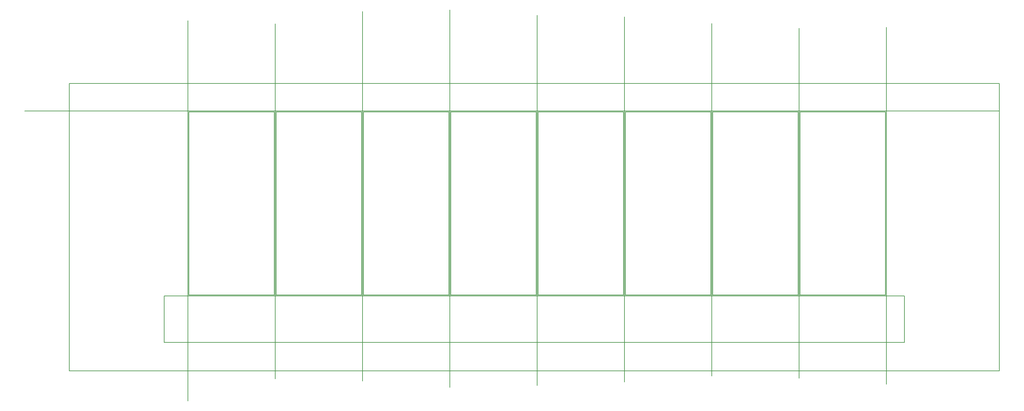
<source format=gm1>
G04 #@! TF.FileFunction,Profile,NP*
%FSLAX46Y46*%
G04 Gerber Fmt 4.6, Leading zero omitted, Abs format (unit mm)*
G04 Created by KiCad (PCBNEW 4.0.6) date 11/21/17 13:37:13*
%MOMM*%
%LPD*%
G01*
G04 APERTURE LIST*
%ADD10C,0.100000*%
%ADD11C,0.150000*%
G04 APERTURE END LIST*
D10*
D11*
X247904000Y-42545000D02*
X247904000Y-138176000D01*
X224807551Y-65266689D02*
X224807551Y-114288689D01*
X201439551Y-65266689D02*
X201439551Y-114288689D01*
X178071551Y-65266689D02*
X178071551Y-114288689D01*
X154703551Y-65266689D02*
X154703551Y-114288689D01*
X131335551Y-65266689D02*
X131335551Y-114288689D01*
X107967551Y-65266689D02*
X107967551Y-114288689D01*
X84599551Y-65266689D02*
X84599551Y-114288689D01*
X61231551Y-65266689D02*
X61231551Y-114288689D01*
X224807551Y-114288689D02*
X247667551Y-114288689D01*
X201439551Y-114288689D02*
X224299551Y-114288689D01*
X178071551Y-114288689D02*
X200931551Y-114288689D01*
X154703551Y-114288689D02*
X177563551Y-114288689D01*
X131335551Y-114288689D02*
X154195551Y-114288689D01*
X107967551Y-114288689D02*
X130827551Y-114288689D01*
X84599551Y-114288689D02*
X107459551Y-114288689D01*
X61231551Y-114288689D02*
X84091551Y-114288689D01*
X247667551Y-65266689D02*
X247667551Y-114288689D01*
X224299551Y-65266689D02*
X224299551Y-114288689D01*
X200931551Y-65266689D02*
X200931551Y-114288689D01*
X177563551Y-65266689D02*
X177563551Y-114288689D01*
X154195551Y-65266689D02*
X154195551Y-114288689D01*
X130827551Y-65266689D02*
X130827551Y-114288689D01*
X107459551Y-65266689D02*
X107459551Y-114288689D01*
X84091551Y-65266689D02*
X84091551Y-114288689D01*
X224807551Y-65266689D02*
X247667551Y-65266689D01*
X201439551Y-65266689D02*
X224299551Y-65266689D01*
X178071551Y-65266689D02*
X200931551Y-65266689D01*
X154703551Y-65266689D02*
X177563551Y-65266689D01*
X131335551Y-65266689D02*
X154195551Y-65266689D01*
X107967551Y-65266689D02*
X130827551Y-65266689D01*
X84599551Y-65266689D02*
X107459551Y-65266689D01*
X61231551Y-65266689D02*
X84091551Y-65266689D01*
X54610000Y-127000647D02*
X54610000Y-114554000D01*
X252730000Y-127000000D02*
X54610000Y-127000000D01*
X252730000Y-114554000D02*
X252730000Y-127000000D01*
X54610000Y-114554000D02*
X252730000Y-114554000D01*
X60985400Y-52527200D02*
X60985400Y-40766562D01*
X60985400Y-52450943D02*
X60985400Y-142671800D01*
X84328000Y-41647521D02*
X84328000Y-136753600D01*
X107721400Y-38352124D02*
X107721400Y-137363200D01*
X131089400Y-37963694D02*
X131089400Y-139039600D01*
X154432000Y-39369268D02*
X154432000Y-138506200D01*
X177800000Y-39750918D02*
X177800000Y-137541000D01*
X201193400Y-41528997D02*
X201193400Y-135991600D01*
X201193400Y-65557400D02*
X201193400Y-45872400D01*
X224561400Y-42798326D02*
X224561400Y-136525000D01*
X224561400Y-65557400D02*
X224561400Y-47980600D01*
X247904000Y-57658000D02*
X247904000Y-47498000D01*
X29210000Y-65024000D02*
X17272000Y-65024000D01*
X278130000Y-65024000D02*
X29210000Y-65024000D01*
X278130000Y-57658000D02*
X29210000Y-57658000D01*
X278130000Y-134620000D02*
X278130000Y-57657887D01*
X29210000Y-134620000D02*
X278130000Y-134620000D01*
X29210000Y-57657547D02*
X29210000Y-134620000D01*
M02*

</source>
